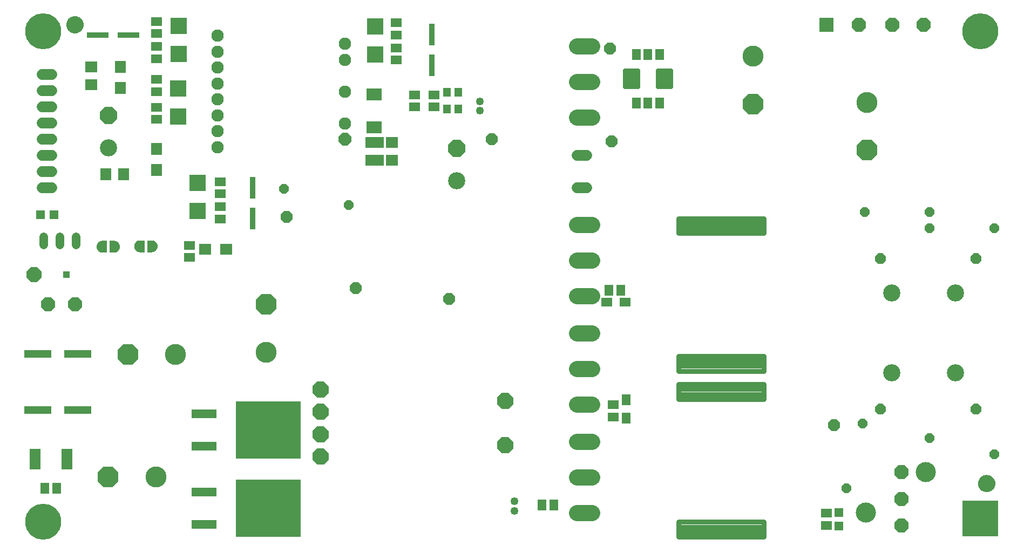
<source format=gts>
G75*
G70*
%OFA0B0*%
%FSLAX24Y24*%
%IPPOS*%
%LPD*%
%AMOC8*
5,1,8,0,0,1.08239X$1,22.5*
%
%ADD10C,0.1060*%
%ADD11OC8,0.0660*%
%ADD12OC8,0.0887*%
%ADD13C,0.1241*%
%ADD14OC8,0.0600*%
%ADD15R,0.0887X0.0887*%
%ADD16C,0.0050*%
%ADD17C,0.0990*%
%ADD18R,0.0572X0.0651*%
%ADD19R,0.0651X0.0532*%
%ADD20C,0.0660*%
%ADD21R,0.0532X0.0651*%
%ADD22R,0.0651X0.0572*%
%ADD23C,0.0310*%
%ADD24R,0.1517X0.0572*%
%ADD25R,0.4036X0.3564*%
%ADD26C,0.1296*%
%ADD27OC8,0.1296*%
%ADD28OC8,0.0920*%
%ADD29R,0.0414X0.0414*%
%ADD30OC8,0.0710*%
%ADD31R,0.0651X0.0749*%
%ADD32R,0.1005X0.1005*%
%ADD33R,0.0749X0.0651*%
%ADD34R,0.0360X0.1340*%
%ADD35R,0.1340X0.0360*%
%ADD36R,0.0532X0.0532*%
%ADD37R,0.0690X0.0769*%
%ADD38R,0.0769X0.0690*%
%ADD39R,0.0926X0.0769*%
%ADD40R,0.1123X0.0690*%
%ADD41OC8,0.1060*%
%ADD42R,0.0454X0.0532*%
%ADD43C,0.0769*%
%ADD44OC8,0.0769*%
%ADD45R,0.0770X0.0690*%
%ADD46R,0.0660X0.1260*%
%ADD47R,0.1660X0.0490*%
%ADD48OC8,0.0990*%
%ADD49R,0.0560X0.0660*%
%ADD50C,0.0265*%
%ADD51C,0.0010*%
%ADD52C,0.0493*%
%ADD53C,0.0540*%
%ADD54R,0.2225X0.2225*%
%ADD55C,0.2225*%
D10*
X029462Y024125D03*
X007937Y026175D03*
X056319Y017186D03*
X060256Y017186D03*
X060256Y012264D03*
X056319Y012264D03*
D11*
X055612Y010050D03*
X061512Y010050D03*
X061512Y019350D03*
X055612Y019350D03*
D12*
X056912Y006129D03*
X056912Y004475D03*
X056912Y002821D03*
X056334Y033771D03*
X058284Y033771D03*
X054284Y033771D03*
X005864Y016500D03*
X004211Y016500D03*
D13*
X054727Y003648D03*
X058428Y006129D03*
D14*
X058662Y008225D03*
X062662Y007225D03*
X054512Y009150D03*
X053512Y005150D03*
X058662Y021200D03*
X058662Y022200D03*
X054662Y022200D03*
X062662Y021200D03*
X022787Y022625D03*
X018787Y023625D03*
D15*
X052284Y033771D03*
D16*
X062002Y005894D02*
X062087Y005917D01*
X062173Y005924D01*
X062260Y005917D01*
X062345Y005894D01*
X062423Y005857D01*
X062495Y005807D01*
X062557Y005746D01*
X062607Y005674D01*
X062643Y005595D01*
X062666Y005511D01*
X062673Y005424D01*
X062666Y005338D01*
X062643Y005253D01*
X062607Y005174D01*
X062557Y005103D01*
X062495Y005041D01*
X062423Y004991D01*
X062345Y004955D01*
X062260Y004932D01*
X062173Y004924D01*
X062087Y004932D01*
X062002Y004955D01*
X061923Y004991D01*
X061852Y005041D01*
X061790Y005103D01*
X061740Y005174D01*
X061704Y005253D01*
X061681Y005338D01*
X061673Y005424D01*
X061681Y005511D01*
X061704Y005595D01*
X061740Y005674D01*
X061790Y005746D01*
X061852Y005807D01*
X061923Y005857D01*
X062002Y005894D01*
X061992Y005890D02*
X062355Y005890D01*
X062447Y005841D02*
X061900Y005841D01*
X061837Y005793D02*
X062510Y005793D01*
X062558Y005744D02*
X061789Y005744D01*
X061755Y005696D02*
X062592Y005696D01*
X062619Y005647D02*
X061728Y005647D01*
X061705Y005599D02*
X062642Y005599D01*
X062655Y005550D02*
X061691Y005550D01*
X061680Y005502D02*
X062667Y005502D01*
X062671Y005453D02*
X061676Y005453D01*
X061675Y005405D02*
X062672Y005405D01*
X062668Y005356D02*
X061679Y005356D01*
X061689Y005308D02*
X062658Y005308D01*
X062645Y005259D02*
X061702Y005259D01*
X061724Y005211D02*
X062623Y005211D01*
X062598Y005162D02*
X061749Y005162D01*
X061783Y005114D02*
X062564Y005114D01*
X062519Y005065D02*
X061828Y005065D01*
X061888Y005017D02*
X062459Y005017D01*
X062373Y004968D02*
X061974Y004968D01*
X006344Y033600D02*
X006367Y033684D01*
X006374Y033771D01*
X006367Y033858D01*
X006344Y033942D01*
X006307Y034021D01*
X006257Y034092D01*
X006196Y034154D01*
X006124Y034204D01*
X006045Y034241D01*
X005961Y034263D01*
X005874Y034271D01*
X005787Y034263D01*
X005703Y034241D01*
X005624Y034204D01*
X005553Y034154D01*
X005491Y034092D01*
X005441Y034021D01*
X005404Y033942D01*
X005382Y033858D01*
X005374Y033771D01*
X005382Y033684D01*
X005404Y033600D01*
X005441Y033521D01*
X005491Y033449D01*
X005553Y033388D01*
X005624Y033338D01*
X005703Y033301D01*
X005787Y033278D01*
X005874Y033271D01*
X005961Y033278D01*
X006045Y033301D01*
X006124Y033338D01*
X006196Y033388D01*
X006257Y033449D01*
X006307Y033521D01*
X006344Y033600D01*
X006336Y033583D02*
X005412Y033583D01*
X005396Y033632D02*
X006353Y033632D01*
X006366Y033680D02*
X005383Y033680D01*
X005378Y033729D02*
X006371Y033729D01*
X006374Y033777D02*
X005375Y033777D01*
X005379Y033826D02*
X006369Y033826D01*
X006362Y033874D02*
X005386Y033874D01*
X005399Y033923D02*
X006349Y033923D01*
X006330Y033971D02*
X005418Y033971D01*
X005441Y034020D02*
X006308Y034020D01*
X006274Y034068D02*
X005474Y034068D01*
X005516Y034117D02*
X006233Y034117D01*
X006180Y034165D02*
X005569Y034165D01*
X005645Y034214D02*
X006103Y034214D01*
X005965Y034262D02*
X005783Y034262D01*
X005435Y033535D02*
X006314Y033535D01*
X006283Y033486D02*
X005466Y033486D01*
X005503Y033438D02*
X006245Y033438D01*
X006197Y033389D02*
X005552Y033389D01*
X005620Y033341D02*
X006128Y033341D01*
X006012Y033292D02*
X005736Y033292D01*
D17*
X036874Y032428D02*
X037804Y032428D01*
X037804Y030228D02*
X036874Y030228D01*
X036874Y028028D02*
X037804Y028028D01*
X037804Y021404D02*
X036874Y021404D01*
X036874Y019204D02*
X037804Y019204D01*
X037804Y017004D02*
X036874Y017004D01*
X036874Y014711D02*
X037804Y014711D01*
X037804Y012511D02*
X036874Y012511D01*
X036874Y010311D02*
X037804Y010311D01*
X037804Y008018D02*
X036874Y008018D01*
X036874Y005818D02*
X037804Y005818D01*
X037804Y003618D02*
X036874Y003618D01*
D18*
X035461Y004100D03*
X034713Y004100D03*
X038838Y017375D03*
X039586Y017375D03*
X004761Y005150D03*
X004013Y005150D03*
D19*
X038717Y016625D03*
X039858Y016625D03*
D20*
X037489Y023716D02*
X036889Y023716D01*
X036889Y025716D02*
X037489Y025716D01*
X004437Y025700D02*
X003837Y025700D01*
X003837Y024700D02*
X004437Y024700D01*
X004437Y023700D02*
X003837Y023700D01*
X003837Y026700D02*
X004437Y026700D01*
X004437Y027700D02*
X003837Y027700D01*
X003837Y028700D02*
X004437Y028700D01*
X004437Y029700D02*
X003837Y029700D01*
X003837Y030700D02*
X004437Y030700D01*
D21*
X039912Y010596D03*
X039912Y009454D03*
D22*
X039112Y009551D03*
X039112Y010299D03*
X052287Y003599D03*
X052287Y002851D03*
X014837Y021776D03*
X014837Y022524D03*
X014837Y023326D03*
X014837Y024074D03*
X012937Y020149D03*
X012937Y019401D03*
X010912Y027926D03*
X010912Y028674D03*
X010912Y029651D03*
X010912Y030399D03*
X010912Y031676D03*
X010912Y032424D03*
X010912Y033226D03*
X010912Y033974D03*
X025712Y033899D03*
X025712Y033151D03*
X025712Y032349D03*
X025712Y031601D03*
X026837Y029449D03*
X026837Y028701D03*
X028037Y028701D03*
X028037Y029449D03*
D23*
X043156Y020887D02*
X048418Y020887D01*
X043156Y020887D02*
X043156Y021817D01*
X048418Y021817D01*
X048418Y020887D01*
X048418Y021196D02*
X043156Y021196D01*
X043156Y021505D02*
X048418Y021505D01*
X048418Y021814D02*
X043156Y021814D01*
X043156Y012383D02*
X048418Y012383D01*
X043156Y012383D02*
X043156Y013313D01*
X048418Y013313D01*
X048418Y012383D01*
X048418Y012692D02*
X043156Y012692D01*
X043156Y013001D02*
X048418Y013001D01*
X048418Y013310D02*
X043156Y013310D01*
X043156Y011567D02*
X048418Y011567D01*
X048418Y010637D01*
X043156Y010637D01*
X043156Y011567D01*
X043156Y010946D02*
X048418Y010946D01*
X048418Y011255D02*
X043156Y011255D01*
X043156Y011564D02*
X048418Y011564D01*
X048418Y003063D02*
X043156Y003063D01*
X048418Y003063D02*
X048418Y002133D01*
X043156Y002133D01*
X043156Y003063D01*
X043156Y002442D02*
X048418Y002442D01*
X048418Y002751D02*
X043156Y002751D01*
X043156Y003060D02*
X048418Y003060D01*
D24*
X013839Y002900D03*
X013839Y004900D03*
X013839Y007725D03*
X013839Y009725D03*
D25*
X017815Y008725D03*
X017815Y003900D03*
D26*
X010864Y005850D03*
X012089Y013400D03*
X017687Y013549D03*
X047737Y031826D03*
X054787Y028976D03*
D27*
X054787Y026024D03*
X047737Y028874D03*
X017687Y016501D03*
X009136Y013400D03*
X007911Y005850D03*
D28*
X003362Y018325D03*
D29*
X005362Y018325D03*
D30*
X018962Y021900D03*
X023212Y017500D03*
X028987Y016850D03*
X039012Y026575D03*
X031612Y026700D03*
X038912Y032300D03*
X052737Y009050D03*
D31*
X010912Y024810D03*
X010912Y026090D03*
X008687Y029885D03*
X008687Y031165D03*
D32*
X012287Y031984D03*
X012287Y033716D03*
X012262Y029841D03*
X012262Y028109D03*
X013437Y024016D03*
X013437Y022284D03*
X024412Y031934D03*
X024412Y033666D03*
D33*
X015203Y019900D03*
X013923Y019900D03*
D34*
X016837Y021800D03*
X016837Y023700D03*
X027912Y031275D03*
X027912Y033175D03*
D35*
X009187Y033125D03*
X007287Y033125D03*
D36*
X004576Y022050D03*
X003749Y022050D03*
X053062Y003638D03*
X053062Y002812D03*
D37*
X008889Y024550D03*
X007786Y024550D03*
D38*
X006887Y030074D03*
X006887Y031176D03*
D39*
X024362Y029454D03*
X024362Y027446D03*
D40*
X024387Y026501D03*
X024387Y025399D03*
D41*
X029462Y026125D03*
X007937Y028175D03*
D42*
X028862Y028563D03*
X029562Y028563D03*
X029562Y029587D03*
X028862Y029587D03*
D43*
X022549Y029650D03*
X022549Y027681D03*
X022549Y031619D03*
X022549Y032603D03*
X014675Y033095D03*
X014675Y032111D03*
X014675Y031126D03*
X014675Y030142D03*
X014675Y029158D03*
X014675Y028174D03*
X014675Y027189D03*
X014675Y026205D03*
D44*
X022549Y026697D03*
D45*
X025462Y026510D03*
X025462Y025390D03*
D46*
X005377Y006925D03*
X003397Y006925D03*
D47*
X003582Y009975D03*
X006042Y009975D03*
X006042Y013450D03*
X003582Y013450D03*
D48*
X021032Y011231D03*
X021032Y009854D03*
X021032Y008476D03*
X021032Y007098D03*
X032449Y007787D03*
X032449Y010543D03*
D49*
X040532Y028925D03*
X041262Y028925D03*
X041992Y028925D03*
X041992Y031925D03*
X041262Y031925D03*
X040532Y031925D03*
D50*
X040630Y029927D02*
X039834Y029927D01*
X039834Y030923D01*
X040630Y030923D01*
X040630Y029927D01*
X040630Y030191D02*
X039834Y030191D01*
X039834Y030455D02*
X040630Y030455D01*
X040630Y030719D02*
X039834Y030719D01*
X041894Y029927D02*
X042690Y029927D01*
X041894Y029927D02*
X041894Y030923D01*
X042690Y030923D01*
X042690Y029927D01*
X042690Y030191D02*
X041894Y030191D01*
X041894Y030455D02*
X042690Y030455D01*
X042690Y030719D02*
X041894Y030719D01*
D51*
X010911Y020234D02*
X010878Y020294D01*
X010835Y020347D01*
X010782Y020391D01*
X010721Y020423D01*
X010656Y020443D01*
X010587Y020450D01*
X010337Y020450D01*
X010337Y019750D01*
X010587Y019750D01*
X010656Y019757D01*
X010721Y019777D01*
X010782Y019809D01*
X010835Y019853D01*
X010878Y019906D01*
X010911Y019966D01*
X010931Y020032D01*
X010937Y020100D01*
X010931Y020168D01*
X010911Y020234D01*
X010337Y020234D01*
X010337Y020242D02*
X010906Y020242D01*
X010902Y020251D02*
X010337Y020251D01*
X010337Y020259D02*
X010897Y020259D01*
X010893Y020268D02*
X010337Y020268D01*
X010337Y020276D02*
X010888Y020276D01*
X010884Y020285D02*
X010337Y020285D01*
X010337Y020293D02*
X010879Y020293D01*
X010873Y020302D02*
X010337Y020302D01*
X010337Y020310D02*
X010866Y020310D01*
X010859Y020319D02*
X010337Y020319D01*
X010337Y020327D02*
X010852Y020327D01*
X010845Y020336D02*
X010337Y020336D01*
X010337Y020344D02*
X010838Y020344D01*
X010829Y020353D02*
X010337Y020353D01*
X010337Y020361D02*
X010818Y020361D01*
X010808Y020370D02*
X010337Y020370D01*
X010337Y020378D02*
X010798Y020378D01*
X010787Y020387D02*
X010337Y020387D01*
X010337Y020395D02*
X010774Y020395D01*
X010758Y020404D02*
X010337Y020404D01*
X010337Y020412D02*
X010743Y020412D01*
X010727Y020421D02*
X010337Y020421D01*
X010337Y020429D02*
X010703Y020429D01*
X010675Y020438D02*
X010337Y020438D01*
X010337Y020446D02*
X010627Y020446D01*
X010914Y020225D02*
X010337Y020225D01*
X010337Y020217D02*
X010916Y020217D01*
X010919Y020208D02*
X010337Y020208D01*
X010337Y020200D02*
X010921Y020200D01*
X010924Y020191D02*
X010337Y020191D01*
X010337Y020183D02*
X010926Y020183D01*
X010929Y020174D02*
X010337Y020174D01*
X010337Y020166D02*
X010931Y020166D01*
X010932Y020157D02*
X010337Y020157D01*
X010337Y020149D02*
X010933Y020149D01*
X010934Y020140D02*
X010337Y020140D01*
X010337Y020132D02*
X010934Y020132D01*
X010935Y020123D02*
X010337Y020123D01*
X010337Y020115D02*
X010936Y020115D01*
X010937Y020106D02*
X010337Y020106D01*
X010337Y020098D02*
X010937Y020098D01*
X010936Y020089D02*
X010337Y020089D01*
X010337Y020081D02*
X010936Y020081D01*
X010935Y020072D02*
X010337Y020072D01*
X010337Y020064D02*
X010934Y020064D01*
X010933Y020055D02*
X010337Y020055D01*
X010337Y020047D02*
X010932Y020047D01*
X010931Y020038D02*
X010337Y020038D01*
X010337Y020030D02*
X010930Y020030D01*
X010928Y020021D02*
X010337Y020021D01*
X010337Y020013D02*
X010925Y020013D01*
X010922Y020004D02*
X010337Y020004D01*
X010337Y019996D02*
X010920Y019996D01*
X010917Y019987D02*
X010337Y019987D01*
X010337Y019979D02*
X010915Y019979D01*
X010912Y019970D02*
X010337Y019970D01*
X010337Y019962D02*
X010908Y019962D01*
X010904Y019953D02*
X010337Y019953D01*
X010337Y019945D02*
X010899Y019945D01*
X010895Y019936D02*
X010337Y019936D01*
X010337Y019928D02*
X010890Y019928D01*
X010886Y019919D02*
X010337Y019919D01*
X010337Y019911D02*
X010881Y019911D01*
X010876Y019902D02*
X010337Y019902D01*
X010337Y019894D02*
X010869Y019894D01*
X010862Y019885D02*
X010337Y019885D01*
X010337Y019877D02*
X010855Y019877D01*
X010848Y019868D02*
X010337Y019868D01*
X010337Y019860D02*
X010841Y019860D01*
X010833Y019851D02*
X010337Y019851D01*
X010337Y019843D02*
X010823Y019843D01*
X010812Y019834D02*
X010337Y019834D01*
X010337Y019826D02*
X010802Y019826D01*
X010792Y019817D02*
X010337Y019817D01*
X010337Y019809D02*
X010781Y019809D01*
X010765Y019800D02*
X010337Y019800D01*
X010337Y019792D02*
X010749Y019792D01*
X010733Y019783D02*
X010337Y019783D01*
X010337Y019775D02*
X010715Y019775D01*
X010686Y019766D02*
X010337Y019766D01*
X010337Y019758D02*
X010658Y019758D01*
X010137Y019758D02*
X009816Y019758D01*
X009819Y019757D02*
X009887Y019750D01*
X010137Y019750D01*
X010137Y020450D01*
X009887Y020450D01*
X009819Y020443D01*
X009754Y020423D01*
X009693Y020391D01*
X009640Y020347D01*
X009596Y020294D01*
X009564Y020234D01*
X009544Y020168D01*
X009537Y020100D01*
X009544Y020032D01*
X009564Y019966D01*
X009596Y019906D01*
X009640Y019853D01*
X009693Y019809D01*
X009754Y019777D01*
X009819Y019757D01*
X009788Y019766D02*
X010137Y019766D01*
X010137Y019775D02*
X009760Y019775D01*
X009742Y019783D02*
X010137Y019783D01*
X010137Y019792D02*
X009726Y019792D01*
X009710Y019800D02*
X010137Y019800D01*
X010137Y019809D02*
X009694Y019809D01*
X009683Y019817D02*
X010137Y019817D01*
X010137Y019826D02*
X009673Y019826D01*
X009662Y019834D02*
X010137Y019834D01*
X010137Y019843D02*
X009652Y019843D01*
X009642Y019851D02*
X010137Y019851D01*
X010137Y019860D02*
X009634Y019860D01*
X009627Y019868D02*
X010137Y019868D01*
X010137Y019877D02*
X009620Y019877D01*
X009613Y019885D02*
X010137Y019885D01*
X010137Y019894D02*
X009606Y019894D01*
X009599Y019902D02*
X010137Y019902D01*
X010137Y019911D02*
X009594Y019911D01*
X009589Y019919D02*
X010137Y019919D01*
X010137Y019928D02*
X009585Y019928D01*
X009580Y019936D02*
X010137Y019936D01*
X010137Y019945D02*
X009576Y019945D01*
X009571Y019953D02*
X010137Y019953D01*
X010137Y019962D02*
X009567Y019962D01*
X009563Y019970D02*
X010137Y019970D01*
X010137Y019979D02*
X009560Y019979D01*
X009558Y019987D02*
X010137Y019987D01*
X010137Y019996D02*
X009555Y019996D01*
X009553Y020004D02*
X010137Y020004D01*
X010137Y020013D02*
X009550Y020013D01*
X009547Y020021D02*
X010137Y020021D01*
X010137Y020030D02*
X009545Y020030D01*
X009544Y020038D02*
X010137Y020038D01*
X010137Y020047D02*
X009543Y020047D01*
X009542Y020055D02*
X010137Y020055D01*
X010137Y020064D02*
X009541Y020064D01*
X009540Y020072D02*
X010137Y020072D01*
X010137Y020081D02*
X009539Y020081D01*
X009539Y020089D02*
X010137Y020089D01*
X010137Y020098D02*
X009538Y020098D01*
X009538Y020106D02*
X010137Y020106D01*
X010137Y020115D02*
X009539Y020115D01*
X009540Y020123D02*
X010137Y020123D01*
X010137Y020132D02*
X009541Y020132D01*
X009541Y020140D02*
X010137Y020140D01*
X010137Y020149D02*
X009542Y020149D01*
X009543Y020157D02*
X010137Y020157D01*
X010137Y020166D02*
X009544Y020166D01*
X009546Y020174D02*
X010137Y020174D01*
X010137Y020183D02*
X009549Y020183D01*
X009551Y020191D02*
X010137Y020191D01*
X010137Y020200D02*
X009554Y020200D01*
X009556Y020208D02*
X010137Y020208D01*
X010137Y020217D02*
X009559Y020217D01*
X009561Y020225D02*
X010137Y020225D01*
X010137Y020234D02*
X009564Y020234D01*
X009568Y020242D02*
X010137Y020242D01*
X010137Y020251D02*
X009573Y020251D01*
X009578Y020259D02*
X010137Y020259D01*
X010137Y020268D02*
X009582Y020268D01*
X009587Y020276D02*
X010137Y020276D01*
X010137Y020285D02*
X009591Y020285D01*
X009596Y020293D02*
X010137Y020293D01*
X010137Y020302D02*
X009602Y020302D01*
X009609Y020310D02*
X010137Y020310D01*
X010137Y020319D02*
X009616Y020319D01*
X009623Y020327D02*
X010137Y020327D01*
X010137Y020336D02*
X009630Y020336D01*
X009637Y020344D02*
X010137Y020344D01*
X010137Y020353D02*
X009646Y020353D01*
X009657Y020361D02*
X010137Y020361D01*
X010137Y020370D02*
X009667Y020370D01*
X009677Y020378D02*
X010137Y020378D01*
X010137Y020387D02*
X009688Y020387D01*
X009701Y020395D02*
X010137Y020395D01*
X010137Y020404D02*
X009717Y020404D01*
X009732Y020412D02*
X010137Y020412D01*
X010137Y020421D02*
X009748Y020421D01*
X009772Y020429D02*
X010137Y020429D01*
X010137Y020438D02*
X009800Y020438D01*
X009848Y020446D02*
X010137Y020446D01*
X008606Y020143D02*
X008586Y020209D01*
X008553Y020269D01*
X008510Y020322D01*
X008457Y020366D01*
X008396Y020398D01*
X008331Y020418D01*
X008262Y020425D01*
X008012Y020425D01*
X008012Y019725D01*
X008262Y019725D01*
X008331Y019732D01*
X008396Y019752D01*
X008457Y019784D01*
X008510Y019828D01*
X008553Y019881D01*
X008586Y019941D01*
X008606Y020007D01*
X008612Y020075D01*
X008606Y020143D01*
X008606Y020140D02*
X008012Y020140D01*
X008012Y020132D02*
X008607Y020132D01*
X008608Y020123D02*
X008012Y020123D01*
X008012Y020115D02*
X008609Y020115D01*
X008609Y020106D02*
X008012Y020106D01*
X008012Y020098D02*
X008610Y020098D01*
X008611Y020089D02*
X008012Y020089D01*
X008012Y020081D02*
X008612Y020081D01*
X008612Y020072D02*
X008012Y020072D01*
X008012Y020064D02*
X008611Y020064D01*
X008611Y020055D02*
X008012Y020055D01*
X008012Y020047D02*
X008610Y020047D01*
X008609Y020038D02*
X008012Y020038D01*
X008012Y020030D02*
X008608Y020030D01*
X008607Y020021D02*
X008012Y020021D01*
X008012Y020013D02*
X008606Y020013D01*
X008605Y020004D02*
X008012Y020004D01*
X008012Y019996D02*
X008602Y019996D01*
X008600Y019987D02*
X008012Y019987D01*
X008012Y019979D02*
X008597Y019979D01*
X008595Y019970D02*
X008012Y019970D01*
X008012Y019962D02*
X008592Y019962D01*
X008589Y019953D02*
X008012Y019953D01*
X008012Y019945D02*
X008587Y019945D01*
X008583Y019936D02*
X008012Y019936D01*
X008012Y019928D02*
X008579Y019928D01*
X008574Y019919D02*
X008012Y019919D01*
X008012Y019911D02*
X008570Y019911D01*
X008565Y019902D02*
X008012Y019902D01*
X008012Y019894D02*
X008560Y019894D01*
X008556Y019885D02*
X008012Y019885D01*
X008012Y019877D02*
X008550Y019877D01*
X008543Y019868D02*
X008012Y019868D01*
X008012Y019860D02*
X008536Y019860D01*
X008529Y019851D02*
X008012Y019851D01*
X008012Y019843D02*
X008522Y019843D01*
X008515Y019834D02*
X008012Y019834D01*
X008012Y019826D02*
X008508Y019826D01*
X008497Y019817D02*
X008012Y019817D01*
X008012Y019809D02*
X008487Y019809D01*
X008476Y019800D02*
X008012Y019800D01*
X008012Y019792D02*
X008466Y019792D01*
X008455Y019783D02*
X008012Y019783D01*
X008012Y019775D02*
X008439Y019775D01*
X008423Y019766D02*
X008012Y019766D01*
X008012Y019758D02*
X008407Y019758D01*
X008388Y019749D02*
X008012Y019749D01*
X008012Y019741D02*
X008360Y019741D01*
X008332Y019732D02*
X008012Y019732D01*
X007812Y019732D02*
X007493Y019732D01*
X007494Y019732D02*
X007562Y019725D01*
X007812Y019725D01*
X007812Y020425D01*
X007562Y020425D01*
X007494Y020418D01*
X007429Y020398D01*
X007368Y020366D01*
X007315Y020322D01*
X007271Y020269D01*
X007239Y020209D01*
X007219Y020143D01*
X007212Y020075D01*
X007219Y020007D01*
X007239Y019941D01*
X007271Y019881D01*
X007315Y019828D01*
X007368Y019784D01*
X007429Y019752D01*
X007494Y019732D01*
X007465Y019741D02*
X007812Y019741D01*
X007812Y019749D02*
X007437Y019749D01*
X007417Y019758D02*
X007812Y019758D01*
X007812Y019766D02*
X007402Y019766D01*
X007386Y019775D02*
X007812Y019775D01*
X007812Y019783D02*
X007370Y019783D01*
X007359Y019792D02*
X007812Y019792D01*
X007812Y019800D02*
X007348Y019800D01*
X007338Y019809D02*
X007812Y019809D01*
X007812Y019817D02*
X007328Y019817D01*
X007317Y019826D02*
X007812Y019826D01*
X007812Y019834D02*
X007310Y019834D01*
X007303Y019843D02*
X007812Y019843D01*
X007812Y019851D02*
X007296Y019851D01*
X007289Y019860D02*
X007812Y019860D01*
X007812Y019868D02*
X007282Y019868D01*
X007275Y019877D02*
X007812Y019877D01*
X007812Y019885D02*
X007269Y019885D01*
X007265Y019894D02*
X007812Y019894D01*
X007812Y019902D02*
X007260Y019902D01*
X007255Y019911D02*
X007812Y019911D01*
X007812Y019919D02*
X007251Y019919D01*
X007246Y019928D02*
X007812Y019928D01*
X007812Y019936D02*
X007242Y019936D01*
X007238Y019945D02*
X007812Y019945D01*
X007812Y019953D02*
X007235Y019953D01*
X007233Y019962D02*
X007812Y019962D01*
X007812Y019970D02*
X007230Y019970D01*
X007228Y019979D02*
X007812Y019979D01*
X007812Y019987D02*
X007225Y019987D01*
X007223Y019996D02*
X007812Y019996D01*
X007812Y020004D02*
X007220Y020004D01*
X007219Y020013D02*
X007812Y020013D01*
X007812Y020021D02*
X007218Y020021D01*
X007217Y020030D02*
X007812Y020030D01*
X007812Y020038D02*
X007216Y020038D01*
X007215Y020047D02*
X007812Y020047D01*
X007812Y020055D02*
X007214Y020055D01*
X007214Y020064D02*
X007812Y020064D01*
X007812Y020072D02*
X007213Y020072D01*
X007213Y020081D02*
X007812Y020081D01*
X007812Y020089D02*
X007214Y020089D01*
X007215Y020098D02*
X007812Y020098D01*
X007812Y020106D02*
X007216Y020106D01*
X007216Y020115D02*
X007812Y020115D01*
X007812Y020123D02*
X007217Y020123D01*
X007218Y020132D02*
X007812Y020132D01*
X007812Y020140D02*
X007219Y020140D01*
X007221Y020149D02*
X007812Y020149D01*
X007812Y020157D02*
X007223Y020157D01*
X007226Y020166D02*
X007812Y020166D01*
X007812Y020174D02*
X007229Y020174D01*
X007231Y020183D02*
X007812Y020183D01*
X007812Y020191D02*
X007234Y020191D01*
X007236Y020200D02*
X007812Y020200D01*
X007812Y020208D02*
X007239Y020208D01*
X007243Y020217D02*
X007812Y020217D01*
X007812Y020225D02*
X007248Y020225D01*
X007252Y020234D02*
X007812Y020234D01*
X007812Y020242D02*
X007257Y020242D01*
X007261Y020251D02*
X007812Y020251D01*
X007812Y020259D02*
X007266Y020259D01*
X007270Y020268D02*
X007812Y020268D01*
X007812Y020276D02*
X007277Y020276D01*
X007284Y020285D02*
X007812Y020285D01*
X007812Y020293D02*
X007291Y020293D01*
X007298Y020302D02*
X007812Y020302D01*
X007812Y020310D02*
X007305Y020310D01*
X007312Y020319D02*
X007812Y020319D01*
X007812Y020327D02*
X007321Y020327D01*
X007331Y020336D02*
X007812Y020336D01*
X007812Y020344D02*
X007341Y020344D01*
X007352Y020353D02*
X007812Y020353D01*
X007812Y020361D02*
X007362Y020361D01*
X007375Y020370D02*
X007812Y020370D01*
X007812Y020378D02*
X007391Y020378D01*
X007406Y020387D02*
X007812Y020387D01*
X007812Y020395D02*
X007422Y020395D01*
X007446Y020404D02*
X007812Y020404D01*
X007812Y020412D02*
X007474Y020412D01*
X007517Y020421D02*
X007812Y020421D01*
X008012Y020421D02*
X008307Y020421D01*
X008351Y020412D02*
X008012Y020412D01*
X008012Y020404D02*
X008379Y020404D01*
X008403Y020395D02*
X008012Y020395D01*
X008012Y020387D02*
X008418Y020387D01*
X008434Y020378D02*
X008012Y020378D01*
X008012Y020370D02*
X008450Y020370D01*
X008463Y020361D02*
X008012Y020361D01*
X008012Y020353D02*
X008473Y020353D01*
X008484Y020344D02*
X008012Y020344D01*
X008012Y020336D02*
X008494Y020336D01*
X008504Y020327D02*
X008012Y020327D01*
X008012Y020319D02*
X008513Y020319D01*
X008520Y020310D02*
X008012Y020310D01*
X008012Y020302D02*
X008527Y020302D01*
X008534Y020293D02*
X008012Y020293D01*
X008012Y020285D02*
X008541Y020285D01*
X008548Y020276D02*
X008012Y020276D01*
X008012Y020268D02*
X008554Y020268D01*
X008559Y020259D02*
X008012Y020259D01*
X008012Y020251D02*
X008564Y020251D01*
X008568Y020242D02*
X008012Y020242D01*
X008012Y020234D02*
X008573Y020234D01*
X008577Y020225D02*
X008012Y020225D01*
X008012Y020217D02*
X008582Y020217D01*
X008586Y020208D02*
X008012Y020208D01*
X008012Y020200D02*
X008589Y020200D01*
X008591Y020191D02*
X008012Y020191D01*
X008012Y020183D02*
X008594Y020183D01*
X008596Y020174D02*
X008012Y020174D01*
X008012Y020166D02*
X008599Y020166D01*
X008602Y020157D02*
X008012Y020157D01*
X008012Y020149D02*
X008604Y020149D01*
D52*
X030887Y028455D03*
X030887Y029045D03*
X033012Y004320D03*
X033012Y003730D03*
D53*
X005937Y020185D02*
X005937Y020665D01*
X004937Y020665D02*
X004937Y020185D01*
X003937Y020185D02*
X003937Y020665D01*
D54*
X061780Y003259D03*
D55*
X003906Y003062D03*
X003906Y033377D03*
X061780Y033377D03*
M02*

</source>
